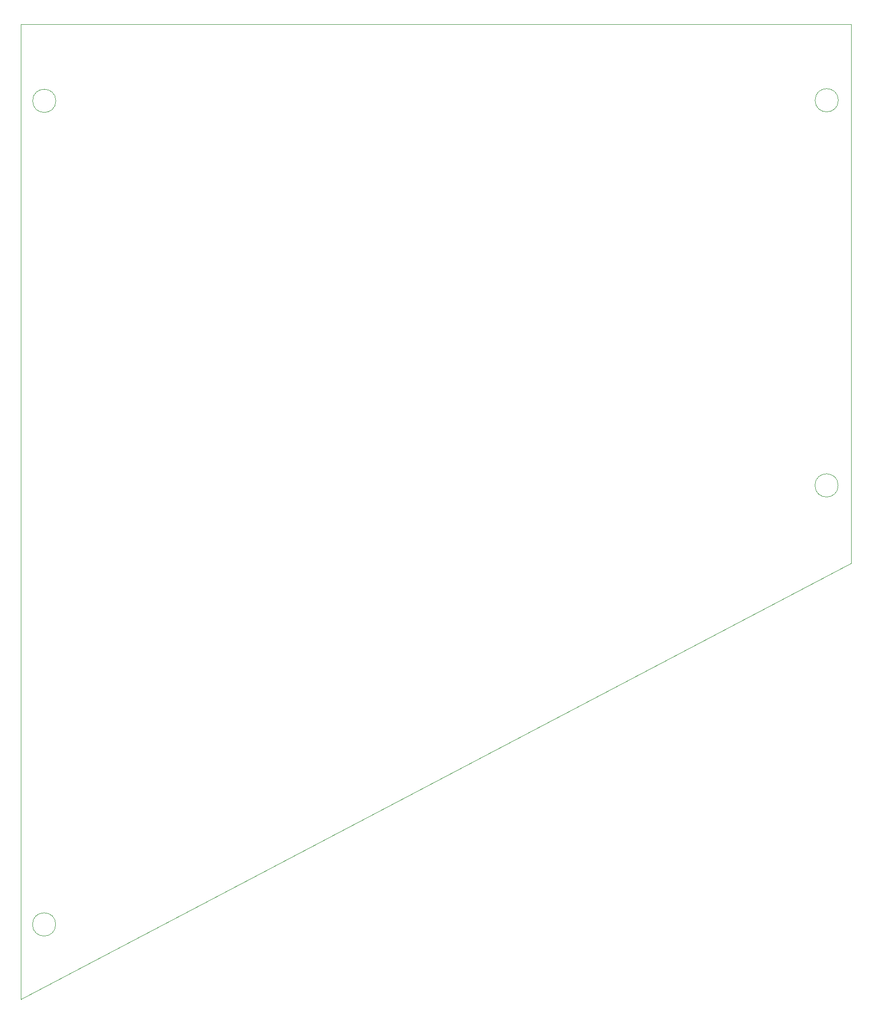
<source format=gbr>
%TF.GenerationSoftware,KiCad,Pcbnew,9.0.2*%
%TF.CreationDate,2025-07-18T21:00:18+02:00*%
%TF.ProjectId,a320-overhead-ventilation_eng_rain-rplnt-wipers,61333230-2d6f-4766-9572-686561642d76,rev?*%
%TF.SameCoordinates,Original*%
%TF.FileFunction,Profile,NP*%
%FSLAX46Y46*%
G04 Gerber Fmt 4.6, Leading zero omitted, Abs format (unit mm)*
G04 Created by KiCad (PCBNEW 9.0.2) date 2025-07-18 21:00:18*
%MOMM*%
%LPD*%
G01*
G04 APERTURE LIST*
%TA.AperFunction,Profile*%
%ADD10C,0.050000*%
%TD*%
G04 APERTURE END LIST*
D10*
X162274846Y-30463896D02*
G75*
G02*
X158225154Y-30463896I-2024846J0D01*
G01*
X158225154Y-30463896D02*
G75*
G02*
X162274846Y-30463896I2024846J0D01*
G01*
X19500000Y-187414050D02*
X164500000Y-111264050D01*
X25574846Y-174313896D02*
G75*
G02*
X21525154Y-174313896I-2024846J0D01*
G01*
X21525154Y-174313896D02*
G75*
G02*
X25574846Y-174313896I2024846J0D01*
G01*
X25599846Y-30563896D02*
G75*
G02*
X21550154Y-30563896I-2024846J0D01*
G01*
X21550154Y-30563896D02*
G75*
G02*
X25599846Y-30563896I2024846J0D01*
G01*
X19500000Y-17214050D02*
X19500000Y-187414050D01*
X164500000Y-17214050D02*
X19500000Y-17214050D01*
X164500000Y-111264050D02*
X164500000Y-17214050D01*
X162249846Y-97688896D02*
G75*
G02*
X158200154Y-97688896I-2024846J0D01*
G01*
X158200154Y-97688896D02*
G75*
G02*
X162249846Y-97688896I2024846J0D01*
G01*
M02*

</source>
